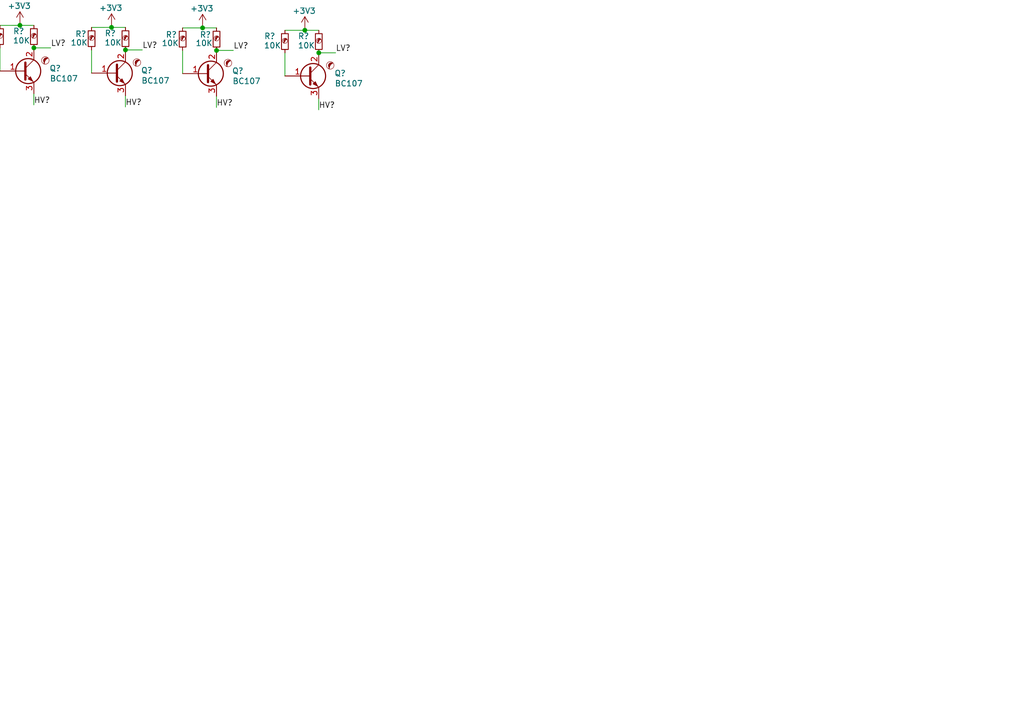
<source format=kicad_sch>
(kicad_sch (version 20220404) (generator eeschema)
  (paper "User" 230.784 159.41)
  (title_block (title "Subcircuit:level-shifter") (date "2022") (rev "v1"))
  (lib_symbols
    (symbol "ecoEDA:NPN transistor " (pin_names (offset 0) hide)
      (property "Reference" "Q" (at 5.08 1.27 0))
      (symbol "NPN transistor _0_0"
        (circle (center 5.136 2.4) (radius 0.85) (stroke (width 0.1)))
        (arc (start 5.586 2.9) (mid 5.0703 2.3679) (end 4.886 1.65) (stroke (width 0.2)))
        (arc (start 5.586 2.9) (mid 4.3952 3.1039) (end 4.886 2) (stroke (width 0.2)))
        (arc (start 5.586 2.9) (mid 4.875 2.7308) (end 4.886 2) (stroke (width 0.2)))
      )
      (symbol "NPN transistor _0_1"
        (polyline (pts (xy 0.635 0.635) (xy 2.54 2.54)))
        (polyline (pts (xy 0.635 -0.635) (xy 2.54 -2.54) (xy 2.54 -2.54)))
        (polyline (pts (xy 0.635 1.905) (xy 0.635 -1.905) (xy 0.635 -1.905)) (stroke (width 0.508)))
        (polyline (pts (xy 1.27 -1.778) (xy 1.778 -1.27) (xy 2.286 -2.286) (xy 1.27 -1.778) (xy 1.27 -1.778)) (fill (type outline)))
        (circle (center 1.27 0) (radius 2.8194) (stroke (width 0.254)))
      )
      (symbol "NPN transistor _1_1"
        (pin input line (at -5.08 0 0) (length 5.715) (name "B") (number "1"))
        (pin passive line (at 2.54 5.08 270) (length 2.54) (name "C") (number "2"))
        (pin passive line (at 2.54 -5.08 90) (length 2.54) (name "E") (number "3"))
      )
    )
    (symbol "ecoEDA:R_10K" (pin_numbers hide) (pin_names (offset 0.254) hide)
      (property "Reference" "R" (at 0.762 0.508 0))
      (property "Value" "10K" (at 0.762 -1.016 0))
      (symbol "R_10K_0_0"
        (circle (center 0.0097 0.1744) (radius 0.575) (stroke (width 0.1)))
        (arc (start 0.3303 0.4827) (mid -0.0548 0.1566) (end -0.2284 -0.3173) (stroke (width 0.2)))
        (arc (start 0.3684 0.5716) (mid -0.1073 0.5123) (end -0.1777 0.0383) (stroke (width 0.2)))
        (arc (start 0.3938 0.4827) (mid -0.287 0.6038) (end 0.0001 -0.0252) (stroke (width 0.2)))
      )
      (symbol "R_10K_0_1"
        (rectangle (start -0.762 1.778) (end 0.762 -1.778) (stroke (width 0.2032)))
      )
      (symbol "R_10K_1_1"
        (pin passive line (at 0 2.54 270) (length 0.762) (name "~") (number "1"))
        (pin passive line (at 0 -2.54 90) (length 0.762) (name "~") (number "2"))
      )
    )
    (symbol "power:+3V3" (power) (pin_names (offset 0))
      (property "Value" "+3V3" (at 0 3.556 0))
      (symbol "+3V3_0_1"
        (polyline (pts (xy -0.762 1.27) (xy 0 2.54)))
        (polyline (pts (xy 0 0) (xy 0 2.54)))
        (polyline (pts (xy 0 2.54) (xy 0.762 1.27)))
      )
      (symbol "+3V3_1_1"
        (pin power_in line (at 0 0 90) (length 0) hide (name "+3V3") (number "1"))
      )
    )
  )
  (junction (at 68.698 6.8268))
  (junction (at 25.1321 6.1766))
  (junction (at 4.4938 5.7124))
  (junction (at 45.6528 6.2901))
  (junction (at 7.6349 10.7918))
  (junction (at 71.8391 11.9062))
  (junction (at 48.7939 11.3695))
  (junction (at 28.2732 11.256))
  (wire (pts (xy 25.1321 5.6467) (xy 25.1321 6.1766)))
  (wire (pts (xy 7.6349 10.7918) (xy 11.43 10.7918)))
  (wire (pts (xy 48.7939 11.3695) (xy 52.589 11.3695)))
  (wire (pts (xy 71.8242 12.0658) (xy 71.8391 11.9062)))
  (wire (pts (xy 68.698 6.8268) (xy 71.8391 6.8262)))
  (wire (pts (xy 71.8242 24.7658) (xy 71.8242 22.2258)))
  (wire (pts (xy 4.4938 5.7124) (xy 7.6349 5.7118)))
  (wire (pts (xy 68.698 6.2969) (xy 68.698 6.8268)))
  (wire (pts (xy 41.159 6.2927) (xy 45.6528 6.2901)))
  (wire (pts (xy 64.2042 11.9094) (xy 64.2042 17.1458)))
  (wire (pts (xy 64.2042 6.8294) (xy 68.698 6.8268)))
  (wire (pts (xy 25.1321 6.1766) (xy 28.2732 6.176)))
  (wire (pts (xy 48.779 24.2291) (xy 48.779 21.6891)))
  (wire (pts (xy 45.6528 5.7602) (xy 45.6528 6.2901)))
  (wire (pts (xy 0 10.795) (xy 0 16.0314)))
  (wire (pts (xy 71.8391 11.9062) (xy 75.6342 11.9062)))
  (wire (pts (xy 48.779 11.5291) (xy 48.7939 11.3695)))
  (wire (pts (xy 28.2583 24.1156) (xy 28.2583 21.5756)))
  (wire (pts (xy 41.159 11.3727) (xy 41.159 16.6091)))
  (wire (pts (xy 20.6383 6.1792) (xy 25.1321 6.1766)))
  (wire (pts (xy 7.62 23.6514) (xy 7.62 21.1114)))
  (wire (pts (xy 0 5.715) (xy 4.4938 5.7124)))
  (wire (pts (xy 20.6383 11.2592) (xy 20.6383 16.4956)))
  (wire (pts (xy 28.2732 11.256) (xy 32.0683 11.256)))
  (wire (pts (xy 45.6528 6.2901) (xy 48.7939 6.2895)))
  (wire (pts (xy 4.4938 5.1825) (xy 4.4938 5.7124)))
  (wire (pts (xy 28.2583 11.4156) (xy 28.2732 11.256)))
  (wire (pts (xy 7.62 10.9514) (xy 7.6349 10.7918)))
  (label "LV?" (at 75.6342 11.9062 0))
  (label "HV?" (at 7.62 23.6514 0))
  (label "LV?" (at 52.589 11.3695 0))
  (label "HV?" (at 71.8242 24.7658 0))
  (label "LV?" (at 11.43 10.7918 0))
  (label "HV?" (at 48.779 24.2291 0))
  (label "LV?" (at 32.0683 11.256 0))
  (label "HV?" (at 28.2583 24.1156 0))
  (symbol (lib_id "power:+3V3") (at 45.6528 5.7602 0) (unit 1)
    (default_instance (reference "U") (unit 1) (value "") (footprint ""))
    (property "Reference" "#PWR08" (effects hide))
    (property "Value" "+3V3" (at 45.4895 1.9185 0))
  )
  (symbol (lib_id "ecoEDA:NPN transistor ") (at 5.08 16.0314 0) (unit 1)
    (default_instance (reference "U") (unit 1) (value "") (footprint ""))
    (property "Reference" "Q?" (at 11.123 15.4101 0) (effects (justify left)))
    (property "Value" "BC107" (at 11.2085 17.7178 0) (effects (justify left)))
    (property "Footprint" "Package_TO_SOT_SMD" (effects hide))
    (property "Datasheet" "https://www.mouser.com/datasheet/2/149/KST4401-69653.pdf" (effects hide))
    (property "Source" "Roomba" (effects hide))
    (property "ecoEDA" "Yes" (effects hide))
    (property "Manufacturer" "Fair Child Semi Conductor" (effects hide))
    (property "Species" "Transistor" (effects hide))
    (property "Genus" "Active" (effects hide))
    (property "Exact footprint match" "Yes" (effects hide))
    (property "Exact symbol match" "No" (effects hide))
    (property "Custom_symbol" "No" (effects hide))
    (property "SMD vs. THT" "SMD" (effects hide))
    (property "Device-ID" "1" (effects hide))
    (property "source URL" "https://www.irobot.com/en_US/roomba-vacuuming-robot-vacuum-irobot-roomba-i7-7150/I715020.html#:~:text=Roomba%C2%AE%20i7%20builds%20a,rooms%20as%20you%20see%20fit." (effects hide))
    (property "Teardown Link" "https://www.sevarg.net/2018/12/30/roomba-i7-teardown-with-the-waving-cat/" (effects hide))
    (property "Quantity" "15" (effects hide))
    (property "Exact datasheet match" "Yes" (effects hide))
  )
  (symbol (lib_id "ecoEDA:R_10K") (at 7.6349 8.2518 0) (unit 1)
    (default_instance (reference "U") (unit 1) (value "10K") (footprint ""))
    (property "Reference" "R?" (at 2.9204 7.044 0) (effects (justify left)))
    (property "Value" "10K" (at 2.8815 9.148 0) (effects (justify left)))
  )
  (symbol (lib_id "power:+3V3") (at 4.4938 5.1825 0) (unit 1)
    (default_instance (reference "U") (unit 1) (value "") (footprint ""))
    (property "Reference" "#PWR02" (effects hide))
    (property "Value" "+3V3" (at 4.3305 1.3408 0))
  )
  (symbol (lib_id "ecoEDA:NPN transistor ") (at 46.239 16.6091 0) (unit 1)
    (default_instance (reference "U") (unit 1) (value "") (footprint ""))
    (property "Reference" "Q?" (at 52.282 15.9878 0) (effects (justify left)))
    (property "Value" "BC107" (at 52.3675 18.2955 0) (effects (justify left)))
    (property "Footprint" "Package_TO_SOT_SMD" (effects hide))
    (property "Datasheet" "https://www.mouser.com/datasheet/2/149/KST4401-69653.pdf" (effects hide))
    (property "Source" "Roomba" (effects hide))
    (property "ecoEDA" "Yes" (effects hide))
    (property "Manufacturer" "Fair Child Semi Conductor" (effects hide))
    (property "Species" "Transistor" (effects hide))
    (property "Genus" "Active" (effects hide))
    (property "Exact footprint match" "Yes" (effects hide))
    (property "Exact symbol match" "No" (effects hide))
    (property "Custom_symbol" "No" (effects hide))
    (property "SMD vs. THT" "SMD" (effects hide))
    (property "Device-ID" "1" (effects hide))
    (property "source URL" "https://www.irobot.com/en_US/roomba-vacuuming-robot-vacuum-irobot-roomba-i7-7150/I715020.html#:~:text=Roomba%C2%AE%20i7%20builds%20a,rooms%20as%20you%20see%20fit." (effects hide))
    (property "Teardown Link" "https://www.sevarg.net/2018/12/30/roomba-i7-teardown-with-the-waving-cat/" (effects hide))
    (property "Quantity" "15" (effects hide))
    (property "Exact datasheet match" "Yes" (effects hide))
  )
  (symbol (lib_id "power:+3V3") (at 25.1321 5.6467 0) (unit 1)
    (default_instance (reference "U") (unit 1) (value "") (footprint ""))
    (property "Reference" "#PWR05" (effects hide))
    (property "Value" "+3V3" (at 24.9688 1.805 0))
  )
  (symbol (lib_id "ecoEDA:NPN transistor ") (at 69.2842 17.1458 0) (unit 1)
    (default_instance (reference "U") (unit 1) (value "") (footprint ""))
    (property "Reference" "Q?" (at 75.3272 16.5245 0) (effects (justify left)))
    (property "Value" "BC107" (at 75.4127 18.8322 0) (effects (justify left)))
    (property "Footprint" "Package_TO_SOT_SMD" (effects hide))
    (property "Datasheet" "https://www.mouser.com/datasheet/2/149/KST4401-69653.pdf" (effects hide))
    (property "Source" "Roomba" (effects hide))
    (property "ecoEDA" "Yes" (effects hide))
    (property "Manufacturer" "Fair Child Semi Conductor" (effects hide))
    (property "Species" "Transistor" (effects hide))
    (property "Genus" "Active" (effects hide))
    (property "Exact footprint match" "Yes" (effects hide))
    (property "Exact symbol match" "No" (effects hide))
    (property "Custom_symbol" "No" (effects hide))
    (property "SMD vs. THT" "SMD" (effects hide))
    (property "Device-ID" "1" (effects hide))
    (property "source URL" "https://www.irobot.com/en_US/roomba-vacuuming-robot-vacuum-irobot-roomba-i7-7150/I715020.html#:~:text=Roomba%C2%AE%20i7%20builds%20a,rooms%20as%20you%20see%20fit." (effects hide))
    (property "Teardown Link" "https://www.sevarg.net/2018/12/30/roomba-i7-teardown-with-the-waving-cat/" (effects hide))
    (property "Quantity" "15" (effects hide))
    (property "Exact datasheet match" "Yes" (effects hide))
  )
  (symbol (lib_id "ecoEDA:R_10K") (at 71.8391 9.3662 0) (unit 1)
    (default_instance (reference "U") (unit 1) (value "10K") (footprint ""))
    (property "Reference" "R?" (at 67.1246 8.1584 0) (effects (justify left)))
    (property "Value" "10K" (at 67.0857 10.2624 0) (effects (justify left)))
  )
  (symbol (lib_id "ecoEDA:NPN transistor ") (at 25.7183 16.4956 0) (unit 1)
    (default_instance (reference "U") (unit 1) (value "") (footprint ""))
    (property "Reference" "Q?" (at 31.7613 15.8743 0) (effects (justify left)))
    (property "Value" "BC107" (at 31.8468 18.182 0) (effects (justify left)))
    (property "Footprint" "Package_TO_SOT_SMD" (effects hide))
    (property "Datasheet" "https://www.mouser.com/datasheet/2/149/KST4401-69653.pdf" (effects hide))
    (property "Source" "Roomba" (effects hide))
    (property "ecoEDA" "Yes" (effects hide))
    (property "Manufacturer" "Fair Child Semi Conductor" (effects hide))
    (property "Species" "Transistor" (effects hide))
    (property "Genus" "Active" (effects hide))
    (property "Exact footprint match" "Yes" (effects hide))
    (property "Exact symbol match" "No" (effects hide))
    (property "Custom_symbol" "No" (effects hide))
    (property "SMD vs. THT" "SMD" (effects hide))
    (property "Device-ID" "1" (effects hide))
    (property "source URL" "https://www.irobot.com/en_US/roomba-vacuuming-robot-vacuum-irobot-roomba-i7-7150/I715020.html#:~:text=Roomba%C2%AE%20i7%20builds%20a,rooms%20as%20you%20see%20fit." (effects hide))
    (property "Teardown Link" "https://www.sevarg.net/2018/12/30/roomba-i7-teardown-with-the-waving-cat/" (effects hide))
    (property "Quantity" "15" (effects hide))
    (property "Exact datasheet match" "Yes" (effects hide))
  )
  (symbol (lib_id "power:+3V3") (at 68.698 6.2969 0) (unit 1)
    (default_instance (reference "U") (unit 1) (value "") (footprint ""))
    (property "Reference" "#PWR010" (effects hide))
    (property "Value" "+3V3" (at 68.5347 2.4552 0))
  )
  (symbol (lib_id "ecoEDA:R_10K") (at 48.7939 8.8295 0) (unit 1)
    (default_instance (reference "U") (unit 1) (value "10K") (footprint ""))
    (property "Reference" "R?" (at 45.0133 7.8318 0) (effects (justify left)))
    (property "Value" "10K" (at 44.0405 9.7257 0) (effects (justify left)))
  )
  (symbol (lib_id "ecoEDA:R_10K") (at 64.2042 9.3694 0) (unit 1)
    (default_instance (reference "U") (unit 1) (value "10K") (footprint ""))
    (property "Reference" "R?" (at 59.4897 8.1616 0) (effects (justify left)))
    (property "Value" "10K" (at 59.4508 10.2656 0) (effects (justify left)))
  )
  (symbol (lib_id "ecoEDA:R_10K") (at 20.6383 8.7192 0) (unit 1)
    (default_instance (reference "U") (unit 1) (value "") (footprint ""))
    (property "Reference" "R?" (at 16.9328 7.6506 0) (effects (justify left)))
    (property "Value" "10K" (at 15.8849 9.6154 0) (effects (justify left)))
  )
  (symbol (lib_id "ecoEDA:R_10K") (at 41.159 8.8327 0) (unit 1)
    (default_instance (reference "U") (unit 1) (value "10K") (footprint ""))
    (property "Reference" "R?" (at 37.3195 7.8233 0) (effects (justify left)))
    (property "Value" "10K" (at 36.4056 9.7289 0) (effects (justify left)))
  )
  (symbol (lib_id "ecoEDA:R_10K") (at 28.2732 8.716 0) (unit 1)
    (default_instance (reference "U") (unit 1) (value "10K") (footprint ""))
    (property "Reference" "R?" (at 23.5587 7.5082 0) (effects (justify left)))
    (property "Value" "10K" (at 23.5198 9.6122 0) (effects (justify left)))
  )
  (symbol (lib_id "ecoEDA:R_10K") (at 0 8.255 0) (unit 1)
    (default_instance (reference "U") (unit 1) (value "10K") (footprint ""))
    (property "Reference" "R?" (at -3.81 7.1414 0) (effects (justify left)))
    (property "Value" "10K" (at -4.7534 9.1512 0) (effects (justify left)))
  )
)
</source>
